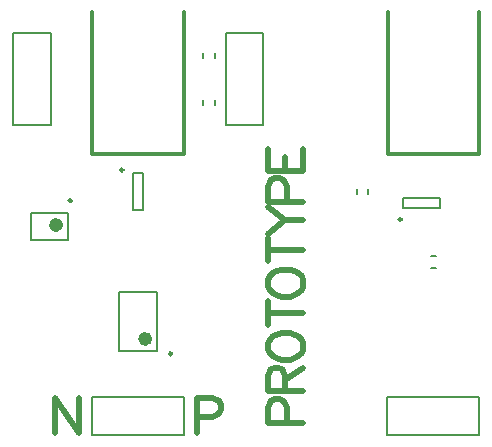
<source format=gbr>
%TF.GenerationSoftware,Altium Limited,Altium Designer,24.10.1 (45)*%
G04 Layer_Color=65535*
%FSLAX45Y45*%
%MOMM*%
%TF.SameCoordinates,A6A100A0-8C7F-4B02-B864-72EC464A77B6*%
%TF.FilePolarity,Positive*%
%TF.FileFunction,Legend,Top*%
%TF.Part,Single*%
G01*
G75*
%TA.AperFunction,NonConductor*%
%ADD34C,0.25000*%
%ADD35C,0.60000*%
%ADD36C,0.30000*%
%ADD37C,0.20000*%
%ADD38C,0.50000*%
D34*
X982500Y712500D02*
G03*
X982500Y712500I-12500J0D01*
G01*
X-965000Y-425500D02*
G03*
X-965000Y-425500I-12500J0D01*
G01*
X-1375000Y1130000D02*
G03*
X-1375000Y1130000I-12500J0D01*
G01*
X-1812500Y870000D02*
G03*
X-1812500Y870000I-12500J0D01*
G01*
D35*
X-1160000Y-300000D02*
G03*
X-1160000Y-300000I-30000J0D01*
G01*
X-1915000Y665000D02*
G03*
X-1915000Y665000I-30000J0D01*
G01*
D36*
X862500Y1269000D02*
X1637500D01*
X862500D02*
Y2469000D01*
X1637500Y1269000D02*
Y2469000D01*
X-862500Y1269000D02*
Y2469000D01*
X-1637500Y1269000D02*
Y2469000D01*
Y1269000D02*
X-862500D01*
D37*
X860000Y-1110000D02*
X1640000D01*
Y-790000D01*
X860000D02*
X1640000D01*
X860000Y-1110000D02*
Y-790000D01*
X-190000Y1510000D02*
Y2290000D01*
X-510000D02*
X-190000D01*
X-510000Y1510000D02*
Y2290000D01*
Y1510000D02*
X-190000D01*
X-1990000D02*
Y2290000D01*
X-2310000D02*
X-1990000D01*
X-2310000Y1510000D02*
Y2290000D01*
Y1510000D02*
X-1990000D01*
X-1640000Y-790000D02*
X-860000D01*
X-1640000Y-1110000D02*
Y-790000D01*
Y-1110000D02*
X-860000D01*
Y-790000D01*
X995000Y805000D02*
Y895000D01*
X1305000Y805000D02*
Y895000D01*
X995000D02*
X1305000D01*
X995000Y805000D02*
X1305000D01*
X-1090000Y-400000D02*
Y100000D01*
X-1410000Y-400000D02*
Y100000D01*
Y-400000D02*
X-1090000D01*
X-1410000Y100000D02*
X-1090000D01*
X-1295000Y1105000D02*
X-1205000D01*
X-1295000Y795000D02*
X-1205000D01*
Y1105000D01*
X-1295000Y795000D02*
Y1105000D01*
X-2155000Y535000D02*
Y765000D01*
X-1845000Y535000D02*
Y765000D01*
X-2155000Y535000D02*
X-1845000D01*
X-2155000Y765000D02*
X-1845000D01*
X1230000Y300000D02*
X1270000D01*
X1230000Y400000D02*
X1270000D01*
X600000Y930000D02*
Y970000D01*
X700000Y930000D02*
Y970000D01*
X-700000Y2080000D02*
Y2120000D01*
X-600000Y2080000D02*
Y2120000D01*
Y1680000D02*
Y1720000D01*
X-700000Y1680000D02*
Y1720000D01*
D38*
X-1949979Y-800032D02*
Y-1099968D01*
Y-800032D02*
X-1750021Y-1099968D01*
Y-800032D02*
Y-1099968D01*
X-749978Y-957141D02*
X-621435D01*
X-578587Y-942858D01*
X-564304Y-928576D01*
X-550021Y-900010D01*
Y-857163D01*
X-564304Y-828597D01*
X-578587Y-814315D01*
X-621435Y-800032D01*
X-749978D01*
Y-1099968D01*
X7141Y-1011179D02*
Y-882636D01*
X-7142Y-839788D01*
X-21424Y-825505D01*
X-49990Y-811222D01*
X-92838D01*
X-121403Y-825505D01*
X-135686Y-839788D01*
X-149968Y-882636D01*
Y-1011179D01*
X149967D01*
X-149968Y-744094D02*
X149967D01*
X-149968D02*
Y-615550D01*
X-135686Y-572702D01*
X-121403Y-558419D01*
X-92838Y-544137D01*
X-64272D01*
X-35707Y-558419D01*
X-21424Y-572702D01*
X-7142Y-615550D01*
Y-744094D01*
Y-644115D02*
X149967Y-544137D01*
X-149968Y-391312D02*
X-135686Y-419877D01*
X-107120Y-448443D01*
X-78555Y-462726D01*
X-35707Y-477008D01*
X35706D01*
X78554Y-462726D01*
X107119Y-448443D01*
X135685Y-419877D01*
X149967Y-391312D01*
Y-334182D01*
X135685Y-305616D01*
X107119Y-277051D01*
X78554Y-262768D01*
X35706Y-248486D01*
X-35707D01*
X-78555Y-262768D01*
X-107120Y-277051D01*
X-135686Y-305616D01*
X-149968Y-334182D01*
Y-391312D01*
Y-78522D02*
X149967D01*
X-149968Y-178501D02*
Y21456D01*
Y142859D02*
X-135686Y114294D01*
X-107120Y85728D01*
X-78555Y71446D01*
X-35707Y57163D01*
X35706D01*
X78554Y71446D01*
X107119Y85728D01*
X135685Y114294D01*
X149967Y142859D01*
Y199989D01*
X135685Y228555D01*
X107119Y257120D01*
X78554Y271403D01*
X35706Y285685D01*
X-35707D01*
X-78555Y271403D01*
X-107120Y257120D01*
X-135686Y228555D01*
X-149968Y199989D01*
Y142859D01*
Y455649D02*
X149967D01*
X-149968Y355670D02*
Y555628D01*
Y591334D02*
X-7142Y705595D01*
X149967D01*
X-149968Y819856D02*
X-7142Y705595D01*
X7141Y858420D02*
Y986963D01*
X-7142Y1029812D01*
X-21424Y1044094D01*
X-49990Y1058377D01*
X-92838D01*
X-121403Y1044094D01*
X-135686Y1029812D01*
X-149968Y986963D01*
Y858420D01*
X149967D01*
X-149968Y1311180D02*
Y1125505D01*
X149967D01*
Y1311180D01*
X-7142Y1125505D02*
Y1239766D01*
%TF.MD5,45e2118d3a158dd60955cf49646788c2*%
M02*

</source>
